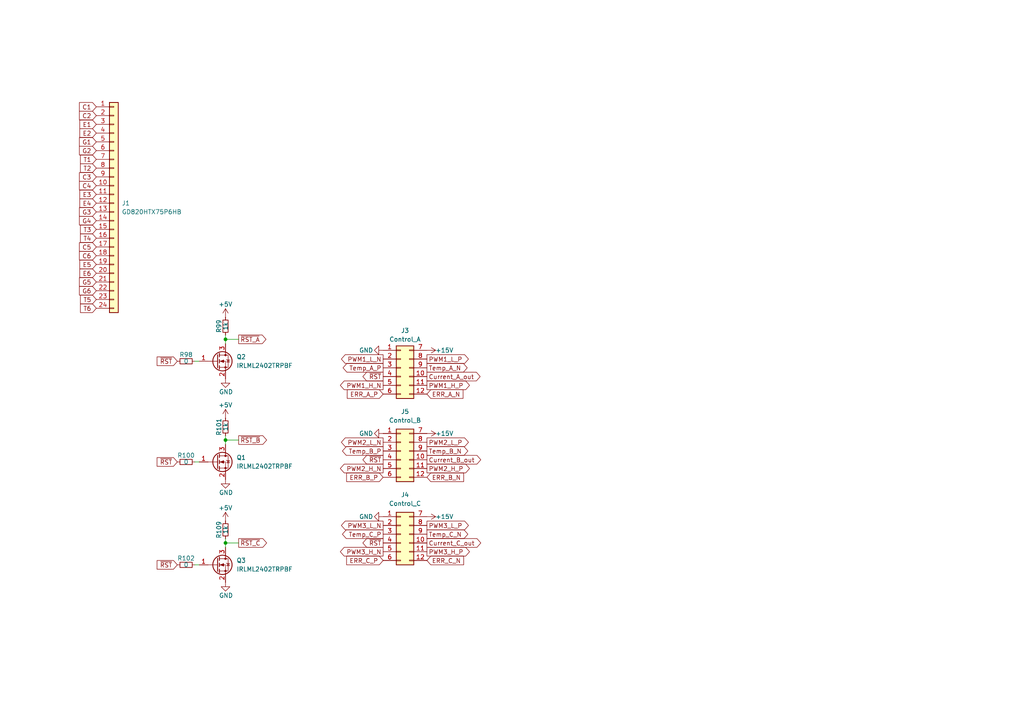
<source format=kicad_sch>
(kicad_sch (version 20231120) (generator "eeschema") (generator_version "8.0")
  (paper "A4")
  (lib_symbols
    (symbol "+15V_1" (power) (pin_names (offset 0))
      (property "Value" "+15V" (at 0 3.556 0))
      (symbol "+15V_1_0_1"
        (polyline (pts (xy -0.762 1.27) (xy 0 2.54)))
        (polyline (pts (xy 0 0) (xy 0 2.54)))
        (polyline (pts (xy 0 2.54) (xy 0.762 1.27)))
      )
      (symbol "+15V_1_1_1"
        (pin power_in line (at 0 0 90) (length 0) hide (name "+15V") (number "1"))
      )
    )
    (symbol "+15V_2" (power) (pin_names (offset 0))
      (property "Value" "+15V" (at 0 3.556 0))
      (symbol "+15V_2_0_1"
        (polyline (pts (xy -0.762 1.27) (xy 0 2.54)))
        (polyline (pts (xy 0 0) (xy 0 2.54)))
        (polyline (pts (xy 0 2.54) (xy 0.762 1.27)))
      )
      (symbol "+15V_2_1_1"
        (pin power_in line (at 0 0 90) (length 0) hide (name "+15V") (number "1"))
      )
    )
    (symbol "Connector_Generic:Conn_01x24" (pin_names (offset 1.016) hide)
      (property "Reference" "J" (at 0 30.48 0))
      (property "Value" "Conn_01x24" (at 0 -33.02 0))
      (symbol "Conn_01x24_1_1"
        (rectangle (start -1.27 -30.353) (end 0 -30.607) (stroke (width 0.1524)))
        (rectangle (start -1.27 -27.813) (end 0 -28.067) (stroke (width 0.1524)))
        (rectangle (start -1.27 -25.273) (end 0 -25.527) (stroke (width 0.1524)))
        (rectangle (start -1.27 -22.733) (end 0 -22.987) (stroke (width 0.1524)))
        (rectangle (start -1.27 -20.193) (end 0 -20.447) (stroke (width 0.1524)))
        (rectangle (start -1.27 -17.653) (end 0 -17.907) (stroke (width 0.1524)))
        (rectangle (start -1.27 -15.113) (end 0 -15.367) (stroke (width 0.1524)))
        (rectangle (start -1.27 -12.573) (end 0 -12.827) (stroke (width 0.1524)))
        (rectangle (start -1.27 -10.033) (end 0 -10.287) (stroke (width 0.1524)))
        (rectangle (start -1.27 -7.493) (end 0 -7.747) (stroke (width 0.1524)))
        (rectangle (start -1.27 -4.953) (end 0 -5.207) (stroke (width 0.1524)))
        (rectangle (start -1.27 -2.413) (end 0 -2.667) (stroke (width 0.1524)))
        (rectangle (start -1.27 0.127) (end 0 -0.127) (stroke (width 0.1524)))
        (rectangle (start -1.27 2.667) (end 0 2.413) (stroke (width 0.1524)))
        (rectangle (start -1.27 5.207) (end 0 4.953) (stroke (width 0.1524)))
        (rectangle (start -1.27 7.747) (end 0 7.493) (stroke (width 0.1524)))
        (rectangle (start -1.27 10.287) (end 0 10.033) (stroke (width 0.1524)))
        (rectangle (start -1.27 12.827) (end 0 12.573) (stroke (width 0.1524)))
        (rectangle (start -1.27 15.367) (end 0 15.113) (stroke (width 0.1524)))
        (rectangle (start -1.27 17.907) (end 0 17.653) (stroke (width 0.1524)))
        (rectangle (start -1.27 20.447) (end 0 20.193) (stroke (width 0.1524)))
        (rectangle (start -1.27 22.987) (end 0 22.733) (stroke (width 0.1524)))
        (rectangle (start -1.27 25.527) (end 0 25.273) (stroke (width 0.1524)))
        (rectangle (start -1.27 28.067) (end 0 27.813) (stroke (width 0.1524)))
        (rectangle (start -1.27 29.21) (end 1.27 -31.75) (stroke (width 0.254)) (fill (type background)))
        (pin passive line (at -5.08 27.94 0) (length 3.81) (name "Pin_1") (number "1"))
        (pin passive line (at -5.08 5.08 0) (length 3.81) (name "Pin_10") (number "10"))
        (pin passive line (at -5.08 2.54 0) (length 3.81) (name "Pin_11") (number "11"))
        (pin passive line (at -5.08 0 0) (length 3.81) (name "Pin_12") (number "12"))
        (pin passive line (at -5.08 -2.54 0) (length 3.81) (name "Pin_13") (number "13"))
        (pin passive line (at -5.08 -5.08 0) (length 3.81) (name "Pin_14") (number "14"))
        (pin passive line (at -5.08 -7.62 0) (length 3.81) (name "Pin_15") (number "15"))
        (pin passive line (at -5.08 -10.16 0) (length 3.81) (name "Pin_16") (number "16"))
        (pin passive line (at -5.08 -12.7 0) (length 3.81) (name "Pin_17") (number "17"))
        (pin passive line (at -5.08 -15.24 0) (length 3.81) (name "Pin_18") (number "18"))
        (pin passive line (at -5.08 -17.78 0) (length 3.81) (name "Pin_19") (number "19"))
        (pin passive line (at -5.08 25.4 0) (length 3.81) (name "Pin_2") (number "2"))
        (pin passive line (at -5.08 -20.32 0) (length 3.81) (name "Pin_20") (number "20"))
        (pin passive line (at -5.08 -22.86 0) (length 3.81) (name "Pin_21") (number "21"))
        (pin passive line (at -5.08 -25.4 0) (length 3.81) (name "Pin_22") (number "22"))
        (pin passive line (at -5.08 -27.94 0) (length 3.81) (name "Pin_23") (number "23"))
        (pin passive line (at -5.08 -30.48 0) (length 3.81) (name "Pin_24") (number "24"))
        (pin passive line (at -5.08 22.86 0) (length 3.81) (name "Pin_3") (number "3"))
        (pin passive line (at -5.08 20.32 0) (length 3.81) (name "Pin_4") (number "4"))
        (pin passive line (at -5.08 17.78 0) (length 3.81) (name "Pin_5") (number "5"))
        (pin passive line (at -5.08 15.24 0) (length 3.81) (name "Pin_6") (number "6"))
        (pin passive line (at -5.08 12.7 0) (length 3.81) (name "Pin_7") (number "7"))
        (pin passive line (at -5.08 10.16 0) (length 3.81) (name "Pin_8") (number "8"))
        (pin passive line (at -5.08 7.62 0) (length 3.81) (name "Pin_9") (number "9"))
      )
    )
    (symbol "Connector_Generic:Conn_02x06_Top_Bottom" (pin_names (offset 1.016) hide)
      (property "Reference" "J" (at 1.27 7.62 0))
      (property "Value" "Conn_02x06_Top_Bottom" (at 1.27 -10.16 0))
      (symbol "Conn_02x06_Top_Bottom_1_1"
        (rectangle (start -1.27 -7.493) (end 0 -7.747) (stroke (width 0.1524)))
        (rectangle (start -1.27 -4.953) (end 0 -5.207) (stroke (width 0.1524)))
        (rectangle (start -1.27 -2.413) (end 0 -2.667) (stroke (width 0.1524)))
        (rectangle (start -1.27 0.127) (end 0 -0.127) (stroke (width 0.1524)))
        (rectangle (start -1.27 2.667) (end 0 2.413) (stroke (width 0.1524)))
        (rectangle (start -1.27 5.207) (end 0 4.953) (stroke (width 0.1524)))
        (rectangle (start -1.27 6.35) (end 3.81 -8.89) (stroke (width 0.254)) (fill (type background)))
        (rectangle (start 3.81 -7.493) (end 2.54 -7.747) (stroke (width 0.1524)))
        (rectangle (start 3.81 -4.953) (end 2.54 -5.207) (stroke (width 0.1524)))
        (rectangle (start 3.81 -2.413) (end 2.54 -2.667) (stroke (width 0.1524)))
        (rectangle (start 3.81 0.127) (end 2.54 -0.127) (stroke (width 0.1524)))
        (rectangle (start 3.81 2.667) (end 2.54 2.413) (stroke (width 0.1524)))
        (rectangle (start 3.81 5.207) (end 2.54 4.953) (stroke (width 0.1524)))
        (pin passive line (at -5.08 5.08 0) (length 3.81) (name "Pin_1") (number "1"))
        (pin passive line (at 7.62 -2.54 180) (length 3.81) (name "Pin_10") (number "10"))
        (pin passive line (at 7.62 -5.08 180) (length 3.81) (name "Pin_11") (number "11"))
        (pin passive line (at 7.62 -7.62 180) (length 3.81) (name "Pin_12") (number "12"))
        (pin passive line (at -5.08 2.54 0) (length 3.81) (name "Pin_2") (number "2"))
        (pin passive line (at -5.08 0 0) (length 3.81) (name "Pin_3") (number "3"))
        (pin passive line (at -5.08 -2.54 0) (length 3.81) (name "Pin_4") (number "4"))
        (pin passive line (at -5.08 -5.08 0) (length 3.81) (name "Pin_5") (number "5"))
        (pin passive line (at -5.08 -7.62 0) (length 3.81) (name "Pin_6") (number "6"))
        (pin passive line (at 7.62 5.08 180) (length 3.81) (name "Pin_7") (number "7"))
        (pin passive line (at 7.62 2.54 180) (length 3.81) (name "Pin_8") (number "8"))
        (pin passive line (at 7.62 0 180) (length 3.81) (name "Pin_9") (number "9"))
      )
    )
    (symbol "Device:R_Small" (pin_numbers hide) (pin_names (offset 0.254) hide)
      (property "Reference" "R" (at 0.762 0.508 0))
      (property "Value" "R_Small" (at 0.762 -1.016 0))
      (symbol "R_Small_0_1"
        (rectangle (start -0.762 1.778) (end 0.762 -1.778) (stroke (width 0.2032)))
      )
      (symbol "R_Small_1_1"
        (pin passive line (at 0 2.54 270) (length 0.762) (name "~") (number "1"))
        (pin passive line (at 0 -2.54 90) (length 0.762) (name "~") (number "2"))
      )
    )
    (symbol "GND_1" (power) (pin_names (offset 0))
      (property "Value" "GND" (at 0 -3.81 0))
      (symbol "GND_1_0_1"
        (polyline (pts (xy 0 0) (xy 0 -1.27) (xy 1.27 -1.27) (xy 0 -2.54) (xy -1.27 -1.27) (xy 0 -1.27)))
      )
      (symbol "GND_1_1_1"
        (pin power_in line (at 0 0 270) (length 0) hide (name "GND") (number "1"))
      )
    )
    (symbol "GND_2" (power) (pin_names (offset 0))
      (property "Value" "GND" (at 0 -3.81 0))
      (symbol "GND_2_0_1"
        (polyline (pts (xy 0 0) (xy 0 -1.27) (xy 1.27 -1.27) (xy 0 -2.54) (xy -1.27 -1.27) (xy 0 -1.27)))
      )
      (symbol "GND_2_1_1"
        (pin power_in line (at 0 0 270) (length 0) hide (name "GND") (number "1"))
      )
    )
    (symbol "Transistor_FET:2N7002" (pin_names hide)
      (property "Reference" "Q" (at 5.08 1.905 0))
      (property "Value" "2N7002" (at 5.08 0 0))
      (symbol "2N7002_0_1"
        (polyline (pts (xy 0.254 0) (xy -2.54 0)))
        (polyline (pts (xy 0.254 1.905) (xy 0.254 -1.905)) (stroke (width 0.254)))
        (polyline (pts (xy 0.762 -1.27) (xy 0.762 -2.286)) (stroke (width 0.254)))
        (polyline (pts (xy 0.762 0.508) (xy 0.762 -0.508)) (stroke (width 0.254)))
        (polyline (pts (xy 0.762 2.286) (xy 0.762 1.27)) (stroke (width 0.254)))
        (polyline (pts (xy 2.54 2.54) (xy 2.54 1.778)))
        (polyline (pts (xy 2.54 -2.54) (xy 2.54 0) (xy 0.762 0)))
        (polyline (pts (xy 0.762 -1.778) (xy 3.302 -1.778) (xy 3.302 1.778) (xy 0.762 1.778)))
        (polyline (pts (xy 1.016 0) (xy 2.032 0.381) (xy 2.032 -0.381) (xy 1.016 0)) (fill (type outline)))
        (polyline (pts (xy 2.794 0.508) (xy 2.921 0.381) (xy 3.683 0.381) (xy 3.81 0.254)))
        (polyline (pts (xy 3.302 0.381) (xy 2.921 -0.254) (xy 3.683 -0.254) (xy 3.302 0.381)))
        (circle (center 1.651 0) (radius 2.794) (stroke (width 0.254)))
        (circle (center 2.54 -1.778) (radius 0.254) (fill (type outline)))
        (circle (center 2.54 1.778) (radius 0.254) (fill (type outline)))
      )
      (symbol "2N7002_1_1"
        (pin input line (at -5.08 0 0) (length 2.54) (name "G") (number "1"))
        (pin passive line (at 2.54 -5.08 90) (length 2.54) (name "S") (number "2"))
        (pin passive line (at 2.54 5.08 270) (length 2.54) (name "D") (number "3"))
      )
    )
    (symbol "power:+15V" (power) (pin_names (offset 0))
      (property "Value" "+15V" (at 0 3.556 0))
      (symbol "+15V_0_1"
        (polyline (pts (xy -0.762 1.27) (xy 0 2.54)))
        (polyline (pts (xy 0 0) (xy 0 2.54)))
        (polyline (pts (xy 0 2.54) (xy 0.762 1.27)))
      )
      (symbol "+15V_1_1"
        (pin power_in line (at 0 0 90) (length 0) hide (name "+15V") (number "1"))
      )
    )
    (symbol "power:+5V" (power) (pin_numbers hide) (pin_names (offset 0) hide)
      (property "Value" "+5V" (at 0 3.556 0))
      (symbol "+5V_0_1"
        (polyline (pts (xy -0.762 1.27) (xy 0 2.54)))
        (polyline (pts (xy 0 0) (xy 0 2.54)))
        (polyline (pts (xy 0 2.54) (xy 0.762 1.27)))
      )
      (symbol "+5V_1_1"
        (pin power_in line (at 0 0 90) (length 0) (name "~") (number "1"))
      )
    )
    (symbol "power:GND" (power) (pin_names (offset 0))
      (property "Value" "GND" (at 0 -3.81 0))
      (symbol "GND_0_1"
        (polyline (pts (xy 0 0) (xy 0 -1.27) (xy 1.27 -1.27) (xy 0 -2.54) (xy -1.27 -1.27) (xy 0 -1.27)))
      )
      (symbol "GND_1_1"
        (pin power_in line (at 0 0 270) (length 0) hide (name "GND") (number "1"))
      )
    )
  )
  (junction (at 65.405 127.635))
  (junction (at 65.405 98.425))
  (junction (at 65.405 157.48))
  (wire (pts (xy 65.405 126.365) (xy 65.405 127.635)))
  (wire (pts (xy 65.405 156.21) (xy 65.405 157.48)))
  (wire (pts (xy 65.405 98.425) (xy 69.215 98.425)))
  (wire (pts (xy 65.405 97.155) (xy 65.405 98.425)))
  (wire (pts (xy 65.405 98.425) (xy 65.405 99.695)))
  (wire (pts (xy 65.405 157.48) (xy 69.215 157.48)))
  (wire (pts (xy 65.405 127.635) (xy 65.405 128.905)))
  (wire (pts (xy 56.515 133.985) (xy 57.785 133.985)))
  (wire (pts (xy 65.405 157.48) (xy 65.405 158.75)))
  (wire (pts (xy 56.515 163.83) (xy 57.785 163.83)))
  (wire (pts (xy 65.405 127.635) (xy 69.215 127.635)))
  (wire (pts (xy 56.515 104.775) (xy 57.785 104.775)))
  (global_label "Temp_A_N" (shape output) (at 123.825 106.68 0) (property "Intersheetrefs" "${INTERSHEET_REFS}" (effects (hide yes))))
  (global_label "PWM1_L_N" (shape output) (at 111.125 104.14 180) (property "Intersheetrefs" "${INTERSHEET_REFS}" (effects (hide yes))))
  (global_label "ERR_A_P" (shape input) (at 111.125 114.3 180) (property "Intersheetrefs" "${INTERSHEET_REFS}" (effects (hide yes))))
  (global_label "E4" (shape input) (at 27.94 58.928 180) (property "Intersheetrefs" "${INTERSHEET_REFS}" (effects (hide yes))))
  (global_label "Temp_C_N" (shape output) (at 123.825 154.94 0) (property "Intersheetrefs" "${INTERSHEET_REFS}" (effects (hide yes))))
  (global_label "ERR_B_N" (shape input) (at 123.825 138.43 0) (property "Intersheetrefs" "${INTERSHEET_REFS}" (effects (hide yes))))
  (global_label "C5" (shape input) (at 27.94 71.628 180) (property "Intersheetrefs" "${INTERSHEET_REFS}" (effects (hide yes))))
  (global_label "G1" (shape input) (at 27.94 41.148 180) (property "Intersheetrefs" "${INTERSHEET_REFS}" (effects (hide yes))))
  (global_label "E1" (shape input) (at 27.94 36.068 180) (property "Intersheetrefs" "${INTERSHEET_REFS}" (effects (hide yes))))
  (global_label "G4" (shape input) (at 27.94 64.008 180) (property "Intersheetrefs" "${INTERSHEET_REFS}" (effects (hide yes))))
  (global_label "C1" (shape input) (at 27.94 30.988 180) (property "Intersheetrefs" "${INTERSHEET_REFS}" (effects (hide yes))))
  (global_label "T6" (shape input) (at 27.94 89.408 180) (property "Intersheetrefs" "${INTERSHEET_REFS}" (effects (hide yes))))
  (global_label "PWM2_L_P" (shape output) (at 123.825 128.27 0) (property "Intersheetrefs" "${INTERSHEET_REFS}" (effects (hide yes))))
  (global_label "Temp_B_P" (shape output) (at 111.125 130.81 180) (property "Intersheetrefs" "${INTERSHEET_REFS}" (effects (hide yes))))
  (global_label "PWM3_L_N" (shape output) (at 111.125 152.4 180) (property "Intersheetrefs" "${INTERSHEET_REFS}" (effects (hide yes))))
  (global_label "Current_A_out" (shape output) (at 123.825 109.22 0) (property "Intersheetrefs" "${INTERSHEET_REFS}" (effects (hide yes))))
  (global_label "T3" (shape input) (at 27.94 66.548 180) (property "Intersheetrefs" "${INTERSHEET_REFS}" (effects (hide yes))))
  (global_label "E2" (shape input) (at 27.94 38.608 180) (property "Intersheetrefs" "${INTERSHEET_REFS}" (effects (hide yes))))
  (global_label "PWM2_L_N" (shape output) (at 111.125 128.27 180) (property "Intersheetrefs" "${INTERSHEET_REFS}" (effects (hide yes))))
  (global_label "~{RST_C}" (shape output) (at 69.215 157.48 0) (property "Intersheetrefs" "${INTERSHEET_REFS}" (effects (hide yes))))
  (global_label "C6" (shape input) (at 27.94 74.168 180) (property "Intersheetrefs" "${INTERSHEET_REFS}" (effects (hide yes))))
  (global_label "T4" (shape input) (at 27.94 69.088 180) (property "Intersheetrefs" "${INTERSHEET_REFS}" (effects (hide yes))))
  (global_label "ERR_C_P" (shape input) (at 111.125 162.56 180) (property "Intersheetrefs" "${INTERSHEET_REFS}" (effects (hide yes))))
  (global_label "C2" (shape input) (at 27.94 33.528 180) (property "Intersheetrefs" "${INTERSHEET_REFS}" (effects (hide yes))))
  (global_label "~{RST}" (shape output) (at 111.125 133.35 180) (property "Intersheetrefs" "${INTERSHEET_REFS}" (effects (hide yes))))
  (global_label "G3" (shape input) (at 27.94 61.468 180) (property "Intersheetrefs" "${INTERSHEET_REFS}" (effects (hide yes))))
  (global_label "PWM1_L_P" (shape output) (at 123.825 104.14 0) (property "Intersheetrefs" "${INTERSHEET_REFS}" (effects (hide yes))))
  (global_label "~{RST}" (shape input) (at 51.435 163.83 180) (property "Intersheetrefs" "${INTERSHEET_REFS}" (effects (hide yes))))
  (global_label "E6" (shape input) (at 27.94 79.248 180) (property "Intersheetrefs" "${INTERSHEET_REFS}" (effects (hide yes))))
  (global_label "Current_C_out" (shape output) (at 123.825 157.48 0) (property "Intersheetrefs" "${INTERSHEET_REFS}" (effects (hide yes))))
  (global_label "Temp_C_P" (shape output) (at 111.125 154.94 180) (property "Intersheetrefs" "${INTERSHEET_REFS}" (effects (hide yes))))
  (global_label "G6" (shape input) (at 27.94 84.328 180) (property "Intersheetrefs" "${INTERSHEET_REFS}" (effects (hide yes))))
  (global_label "Temp_A_P" (shape output) (at 111.125 106.68 180) (property "Intersheetrefs" "${INTERSHEET_REFS}" (effects (hide yes))))
  (global_label "Current_B_out" (shape output) (at 123.825 133.35 0) (property "Intersheetrefs" "${INTERSHEET_REFS}" (effects (hide yes))))
  (global_label "PWM1_H_P" (shape output) (at 123.825 111.76 0) (property "Intersheetrefs" "${INTERSHEET_REFS}" (effects (hide yes))))
  (global_label "C4" (shape input) (at 27.94 53.848 180) (property "Intersheetrefs" "${INTERSHEET_REFS}" (effects (hide yes))))
  (global_label "E3" (shape input) (at 27.94 56.388 180) (property "Intersheetrefs" "${INTERSHEET_REFS}" (effects (hide yes))))
  (global_label "~{RST_B}" (shape output) (at 69.215 127.635 0) (property "Intersheetrefs" "${INTERSHEET_REFS}" (effects (hide yes))))
  (global_label "C3" (shape input) (at 27.94 51.308 180) (property "Intersheetrefs" "${INTERSHEET_REFS}" (effects (hide yes))))
  (global_label "ERR_C_N" (shape input) (at 123.825 162.56 0) (property "Intersheetrefs" "${INTERSHEET_REFS}" (effects (hide yes))))
  (global_label "PWM2_H_P" (shape output) (at 123.825 135.89 0) (property "Intersheetrefs" "${INTERSHEET_REFS}" (effects (hide yes))))
  (global_label "~{RST_A}" (shape output) (at 69.215 98.425 0) (property "Intersheetrefs" "${INTERSHEET_REFS}" (effects (hide yes))))
  (global_label "PWM3_L_P" (shape output) (at 123.825 152.4 0) (property "Intersheetrefs" "${INTERSHEET_REFS}" (effects (hide yes))))
  (global_label "T5" (shape input) (at 27.94 86.868 180) (property "Intersheetrefs" "${INTERSHEET_REFS}" (effects (hide yes))))
  (global_label "PWM3_H_P" (shape output) (at 123.825 160.02 0) (property "Intersheetrefs" "${INTERSHEET_REFS}" (effects (hide yes))))
  (global_label "PWM1_H_N" (shape output) (at 111.125 111.76 180) (property "Intersheetrefs" "${INTERSHEET_REFS}" (effects (hide yes))))
  (global_label "ERR_A_N" (shape input) (at 123.825 114.3 0) (property "Intersheetrefs" "${INTERSHEET_REFS}" (effects (hide yes))))
  (global_label "~{RST}" (shape output) (at 111.125 109.22 180) (property "Intersheetrefs" "${INTERSHEET_REFS}" (effects (hide yes))))
  (global_label "~{RST}" (shape input) (at 51.435 104.775 180) (property "Intersheetrefs" "${INTERSHEET_REFS}" (effects (hide yes))))
  (global_label "G2" (shape input) (at 27.94 43.688 180) (property "Intersheetrefs" "${INTERSHEET_REFS}" (effects (hide yes))))
  (global_label "E5" (shape input) (at 27.94 76.708 180) (property "Intersheetrefs" "${INTERSHEET_REFS}" (effects (hide yes))))
  (global_label "G5" (shape input) (at 27.94 81.788 180) (property "Intersheetrefs" "${INTERSHEET_REFS}" (effects (hide yes))))
  (global_label "ERR_B_P" (shape input) (at 111.125 138.43 180) (property "Intersheetrefs" "${INTERSHEET_REFS}" (effects (hide yes))))
  (global_label "T2" (shape input) (at 27.94 48.768 180) (property "Intersheetrefs" "${INTERSHEET_REFS}" (effects (hide yes))))
  (global_label "T1" (shape input) (at 27.94 46.228 180) (property "Intersheetrefs" "${INTERSHEET_REFS}" (effects (hide yes))))
  (global_label "~{RST}" (shape output) (at 111.125 157.48 180) (property "Intersheetrefs" "${INTERSHEET_REFS}" (effects (hide yes))))
  (global_label "Temp_B_N" (shape output) (at 123.825 130.81 0) (property "Intersheetrefs" "${INTERSHEET_REFS}" (effects (hide yes))))
  (global_label "PWM2_H_N" (shape output) (at 111.125 135.89 180) (property "Intersheetrefs" "${INTERSHEET_REFS}" (effects (hide yes))))
  (global_label "PWM3_H_N" (shape output) (at 111.125 160.02 180) (property "Intersheetrefs" "${INTERSHEET_REFS}" (effects (hide yes))))
  (global_label "~{RST}" (shape input) (at 51.435 133.985 180) (property "Intersheetrefs" "${INTERSHEET_REFS}" (effects (hide yes))))
  (symbol (lib_name "GND_2") (lib_id "power:GND") (at 65.405 139.065 0) (unit 1)
    (property "Reference" "#PWR073" (effects (hide yes)))
    (property "Value" "GND" (at 63.5 142.875 0) (effects (justify left)))
  )
  (symbol (lib_name "GND_2") (lib_id "power:GND") (at 111.125 101.6 270) (unit 1)
    (property "Reference" "#PWR0134" (effects (hide yes)))
    (property "Value" "GND" (at 104.14 101.6 90) (effects (justify left)))
  )
  (symbol (lib_id "Device:R_Small") (at 65.405 94.615 180) (unit 1)
    (property "Reference" "R99" (at 63.5 94.615 90))
    (property "Value" "1k" (at 65.405 94.615 90))
    (property "Footprint" "Resistor_SMD:R_0805_2012Metric_Pad1.20x1.40mm_HandSolder" (effects (hide yes)))
    (property "Description" "Resistor, small symbol" (effects (hide yes)))
  )
  (symbol (lib_id "Device:R_Small") (at 53.975 163.83 90) (unit 1)
    (property "Reference" "R102" (at 53.975 161.925 90))
    (property "Value" "0" (at 53.975 163.83 90))
    (property "Footprint" "Resistor_SMD:R_0805_2012Metric_Pad1.20x1.40mm_HandSolder" (effects (hide yes)))
    (property "Description" "Resistor, small symbol" (effects (hide yes)))
  )
  (symbol (lib_id "power:GND") (at 111.125 149.86 270) (unit 1)
    (property "Reference" "#PWR0219" (effects (hide yes)))
    (property "Value" "GND" (at 104.14 149.86 90) (effects (justify left)))
  )
  (symbol (lib_id "Device:R_Small") (at 53.975 133.985 90) (unit 1)
    (property "Reference" "R100" (at 53.975 132.08 90))
    (property "Value" "0" (at 53.975 133.985 90))
    (property "Footprint" "Resistor_SMD:R_0805_2012Metric_Pad1.20x1.40mm_HandSolder" (effects (hide yes)))
    (property "Description" "Resistor, small symbol" (effects (hide yes)))
  )
  (symbol (lib_name "GND_2") (lib_id "power:GND") (at 65.405 168.91 0) (unit 1)
    (property "Reference" "#PWR084" (effects (hide yes)))
    (property "Value" "GND" (at 63.5 172.72 0) (effects (justify left)))
  )
  (symbol (lib_name "+15V_1") (lib_id "power:+15V") (at 123.825 149.86 270) (unit 1)
    (property "Reference" "#PWR0221" (effects (hide yes)))
    (property "Value" "+15V" (at 128.905 149.86 90))
  )
  (symbol (lib_id "Device:R_Small") (at 65.405 123.825 180) (unit 1)
    (property "Reference" "R101" (at 63.5 123.825 90))
    (property "Value" "1k" (at 65.405 123.825 90))
    (property "Footprint" "Resistor_SMD:R_0805_2012Metric_Pad1.20x1.40mm_HandSolder" (effects (hide yes)))
    (property "Description" "Resistor, small symbol" (effects (hide yes)))
  )
  (symbol (lib_id "Connector_Generic:Conn_02x06_Top_Bottom") (at 116.205 154.94 0) (unit 1)
    (property "Reference" "J4" (at 117.475 143.51 0))
    (property "Value" "Control_C" (at 117.475 146.05 0))
    (property "Footprint" "Connector_Molex:Molex_Micro-Fit_3.0_43045-1212_2x06_P3.00mm_Vertical" (effects (hide yes)))
    (property "Description" "SCT3001WV-2x06P" (effects (hide yes)))
  )
  (symbol (lib_name "+15V_2") (lib_id "power:+15V") (at 123.825 125.73 270) (unit 1)
    (property "Reference" "#PWR0220" (effects (hide yes)))
    (property "Value" "+15V" (at 128.905 125.73 90))
  )
  (symbol (lib_id "Connector_Generic:Conn_02x06_Top_Bottom") (at 116.205 106.68 0) (unit 1)
    (property "Reference" "J3" (at 117.475 95.885 0))
    (property "Value" "Control_A" (at 117.475 98.425 0))
    (property "Footprint" "Connector_Molex:Molex_Micro-Fit_3.0_43045-1212_2x06_P3.00mm_Vertical" (effects (hide yes)))
    (property "Description" "SCT3001WV-2x06P" (effects (hide yes)))
  )
  (symbol (lib_id "Transistor_FET:2N7002") (at 62.865 104.775 0) (unit 1)
    (property "Reference" "Q2" (at 68.58 103.5049 0) (effects (justify left)))
    (property "Value" "IRLML2402TRPBF" (at 68.58 106.0449 0) (effects (justify left)))
    (property "Footprint" "Package_TO_SOT_SMD:SOT-23" (effects (hide yes)))
    (property "Datasheet" "https://www.onsemi.com/pub/Collateral/NDS7002A-D.PDF" (effects (hide yes)))
    (property "Description" "0.115A Id, 60V Vds, N-Channel MOSFET, SOT-23" (effects (hide yes)))
  )
  (symbol (lib_id "power:+5V") (at 65.405 151.13 0) (unit 1)
    (property "Reference" "#PWR083" (effects (hide yes)))
    (property "Value" "+5V" (at 65.405 147.32 0))
    (property "Description" "Power symbol creates a global label with name \"+5V\"" (effects (hide yes)))
  )
  (symbol (lib_name "GND_1") (lib_id "power:GND") (at 111.125 125.73 270) (unit 1)
    (property "Reference" "#PWR0133" (effects (hide yes)))
    (property "Value" "GND" (at 104.14 125.73 90) (effects (justify left)))
  )
  (symbol (lib_id "Device:R_Small") (at 53.975 104.775 90) (unit 1)
    (property "Reference" "R98" (at 53.975 102.87 90))
    (property "Value" "0" (at 53.975 104.775 90))
    (property "Footprint" "Resistor_SMD:R_0805_2012Metric_Pad1.20x1.40mm_HandSolder" (effects (hide yes)))
    (property "Description" "Resistor, small symbol" (effects (hide yes)))
  )
  (symbol (lib_id "Connector_Generic:Conn_02x06_Top_Bottom") (at 116.205 130.81 0) (unit 1)
    (property "Reference" "J5" (at 117.475 119.38 0))
    (property "Value" "Control_B" (at 117.475 121.92 0))
    (property "Footprint" "Connector_Molex:Molex_Micro-Fit_3.0_43045-1212_2x06_P3.00mm_Vertical" (effects (hide yes)))
    (property "Description" "SCT3001WV-2x06P" (effects (hide yes)))
  )
  (symbol (lib_id "Transistor_FET:2N7002") (at 62.865 133.985 0) (unit 1)
    (property "Reference" "Q1" (at 68.58 132.7149 0) (effects (justify left)))
    (property "Value" "IRLML2402TRPBF" (at 68.58 135.2549 0) (effects (justify left)))
    (property "Footprint" "Package_TO_SOT_SMD:SOT-23" (effects (hide yes)))
    (property "Datasheet" "https://www.onsemi.com/pub/Collateral/NDS7002A-D.PDF" (effects (hide yes)))
    (property "Description" "0.115A Id, 60V Vds, N-Channel MOSFET, SOT-23" (effects (hide yes)))
  )
  (symbol (lib_id "Device:R_Small") (at 65.405 153.67 180) (unit 1)
    (property "Reference" "R109" (at 63.5 153.67 90))
    (property "Value" "1k" (at 65.405 153.67 90))
    (property "Footprint" "Resistor_SMD:R_0805_2012Metric_Pad1.20x1.40mm_HandSolder" (effects (hide yes)))
    (property "Description" "Resistor, small symbol" (effects (hide yes)))
  )
  (symbol (lib_id "Transistor_FET:2N7002") (at 62.865 163.83 0) (unit 1)
    (property "Reference" "Q3" (at 68.58 162.5599 0) (effects (justify left)))
    (property "Value" "IRLML2402TRPBF" (at 68.58 165.0999 0) (effects (justify left)))
    (property "Footprint" "Package_TO_SOT_SMD:SOT-23" (effects (hide yes)))
    (property "Datasheet" "https://www.onsemi.com/pub/Collateral/NDS7002A-D.PDF" (effects (hide yes)))
    (property "Description" "0.115A Id, 60V Vds, N-Channel MOSFET, SOT-23" (effects (hide yes)))
  )
  (symbol (lib_id "power:+5V") (at 65.405 92.075 0) (unit 1)
    (property "Reference" "#PWR063" (effects (hide yes)))
    (property "Value" "+5V" (at 65.405 88.265 0))
    (property "Description" "Power symbol creates a global label with name \"+5V\"" (effects (hide yes)))
  )
  (symbol (lib_id "Connector_Generic:Conn_01x24") (at 33.02 58.928 0) (unit 1)
    (property "Reference" "J1" (at 35.306 58.9279 0) (effects (justify left)))
    (property "Value" "GD820HTX75P6HB" (at 35.306 61.4679 0) (effects (justify left)))
    (property "Footprint" "IGBT_Modul:GD820HTX75P6HB" (effects (hide yes)))
  )
  (symbol (lib_id "power:+5V") (at 65.405 121.285 0) (unit 1)
    (property "Reference" "#PWR068" (effects (hide yes)))
    (property "Value" "+5V" (at 65.405 117.475 0))
    (property "Description" "Power symbol creates a global label with name \"+5V\"" (effects (hide yes)))
  )
  (symbol (lib_id "power:+15V") (at 123.825 101.6 270) (unit 1)
    (property "Reference" "#PWR0135" (effects (hide yes)))
    (property "Value" "+15V" (at 128.905 101.6 90))
  )
  (symbol (lib_name "GND_2") (lib_id "power:GND") (at 65.405 109.855 0) (unit 1)
    (property "Reference" "#PWR061" (effects (hide yes)))
    (property "Value" "GND" (at 63.5 113.665 0) (effects (justify left)))
  )
)
</source>
